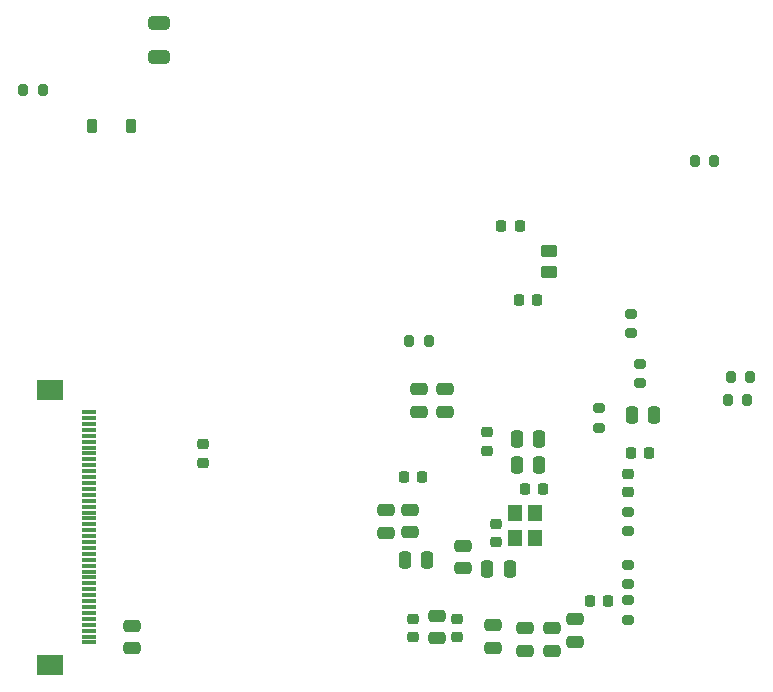
<source format=gbp>
G04 #@! TF.GenerationSoftware,KiCad,Pcbnew,8.0.8*
G04 #@! TF.CreationDate,2025-04-08T21:38:23+05:30*
G04 #@! TF.ProjectId,kaage_pi,6b616167-655f-4706-992e-6b696361645f,rev?*
G04 #@! TF.SameCoordinates,Original*
G04 #@! TF.FileFunction,Paste,Bot*
G04 #@! TF.FilePolarity,Positive*
%FSLAX46Y46*%
G04 Gerber Fmt 4.6, Leading zero omitted, Abs format (unit mm)*
G04 Created by KiCad (PCBNEW 8.0.8) date 2025-04-08 21:38:23*
%MOMM*%
%LPD*%
G01*
G04 APERTURE LIST*
G04 Aperture macros list*
%AMRoundRect*
0 Rectangle with rounded corners*
0 $1 Rounding radius*
0 $2 $3 $4 $5 $6 $7 $8 $9 X,Y pos of 4 corners*
0 Add a 4 corners polygon primitive as box body*
4,1,4,$2,$3,$4,$5,$6,$7,$8,$9,$2,$3,0*
0 Add four circle primitives for the rounded corners*
1,1,$1+$1,$2,$3*
1,1,$1+$1,$4,$5*
1,1,$1+$1,$6,$7*
1,1,$1+$1,$8,$9*
0 Add four rect primitives between the rounded corners*
20,1,$1+$1,$2,$3,$4,$5,0*
20,1,$1+$1,$4,$5,$6,$7,0*
20,1,$1+$1,$6,$7,$8,$9,0*
20,1,$1+$1,$8,$9,$2,$3,0*%
G04 Aperture macros list end*
%ADD10RoundRect,0.225000X0.225000X0.250000X-0.225000X0.250000X-0.225000X-0.250000X0.225000X-0.250000X0*%
%ADD11RoundRect,0.200000X-0.275000X0.200000X-0.275000X-0.200000X0.275000X-0.200000X0.275000X0.200000X0*%
%ADD12RoundRect,0.225000X0.225000X0.375000X-0.225000X0.375000X-0.225000X-0.375000X0.225000X-0.375000X0*%
%ADD13RoundRect,0.200000X0.275000X-0.200000X0.275000X0.200000X-0.275000X0.200000X-0.275000X-0.200000X0*%
%ADD14RoundRect,0.250000X0.250000X0.475000X-0.250000X0.475000X-0.250000X-0.475000X0.250000X-0.475000X0*%
%ADD15RoundRect,0.250000X0.475000X-0.250000X0.475000X0.250000X-0.475000X0.250000X-0.475000X-0.250000X0*%
%ADD16RoundRect,0.200000X0.200000X0.275000X-0.200000X0.275000X-0.200000X-0.275000X0.200000X-0.275000X0*%
%ADD17RoundRect,0.250000X-0.475000X0.250000X-0.475000X-0.250000X0.475000X-0.250000X0.475000X0.250000X0*%
%ADD18R,1.300000X0.300000*%
%ADD19R,2.200000X1.800000*%
%ADD20RoundRect,0.250000X-0.250000X-0.475000X0.250000X-0.475000X0.250000X0.475000X-0.250000X0.475000X0*%
%ADD21R,1.200000X1.400000*%
%ADD22RoundRect,0.225000X0.250000X-0.225000X0.250000X0.225000X-0.250000X0.225000X-0.250000X-0.225000X0*%
%ADD23RoundRect,0.225000X-0.225000X-0.250000X0.225000X-0.250000X0.225000X0.250000X-0.225000X0.250000X0*%
%ADD24RoundRect,0.225000X-0.250000X0.225000X-0.250000X-0.225000X0.250000X-0.225000X0.250000X0.225000X0*%
%ADD25RoundRect,0.200000X-0.200000X-0.275000X0.200000X-0.275000X0.200000X0.275000X-0.200000X0.275000X0*%
%ADD26RoundRect,0.250000X0.450000X-0.262500X0.450000X0.262500X-0.450000X0.262500X-0.450000X-0.262500X0*%
%ADD27RoundRect,0.218750X0.218750X0.256250X-0.218750X0.256250X-0.218750X-0.256250X0.218750X-0.256250X0*%
%ADD28RoundRect,0.250000X0.650000X-0.325000X0.650000X0.325000X-0.650000X0.325000X-0.650000X-0.325000X0*%
G04 APERTURE END LIST*
D10*
X160275000Y-97000000D03*
X158725000Y-97000000D03*
D11*
X165000000Y-90175000D03*
X165000000Y-91825000D03*
D12*
X125400000Y-66250000D03*
X122100000Y-66250000D03*
D13*
X167500000Y-100575000D03*
X167500000Y-98925000D03*
D14*
X159950000Y-92750000D03*
X158050000Y-92750000D03*
D15*
X149750000Y-90450000D03*
X149750000Y-88550000D03*
D16*
X177575000Y-89500000D03*
X175925000Y-89500000D03*
D17*
X125500000Y-108600000D03*
X125500000Y-110500000D03*
X156000000Y-108550000D03*
X156000000Y-110450000D03*
D18*
X121800000Y-110000000D03*
X121800000Y-109500000D03*
X121800000Y-109000000D03*
X121800000Y-108500000D03*
X121800000Y-108000000D03*
X121800000Y-107500000D03*
X121800000Y-107000000D03*
X121800000Y-106500000D03*
X121800000Y-106000000D03*
X121800000Y-105500000D03*
X121800000Y-105000000D03*
X121800000Y-104500000D03*
X121800000Y-104000000D03*
X121800000Y-103500000D03*
X121800000Y-103000000D03*
X121800000Y-102500000D03*
X121800000Y-102000000D03*
X121800000Y-101500000D03*
X121800000Y-101000000D03*
X121800000Y-100500000D03*
X121800000Y-100000000D03*
X121800000Y-99500000D03*
X121800000Y-99000000D03*
X121800000Y-98500000D03*
X121800000Y-98000000D03*
X121800000Y-97500000D03*
X121800000Y-97000000D03*
X121800000Y-96500000D03*
X121800000Y-96000000D03*
X121800000Y-95500000D03*
X121800000Y-95000000D03*
X121800000Y-94500000D03*
X121800000Y-94000000D03*
X121800000Y-93500000D03*
X121800000Y-93000000D03*
X121800000Y-92500000D03*
X121800000Y-92000000D03*
X121800000Y-91500000D03*
X121800000Y-91000000D03*
X121800000Y-90500000D03*
D19*
X118550000Y-111900000D03*
X118550000Y-88600000D03*
D14*
X157450000Y-103750000D03*
X155550000Y-103750000D03*
D10*
X158300000Y-74750000D03*
X156750000Y-74750000D03*
D20*
X148550000Y-103000000D03*
X150450000Y-103000000D03*
D21*
X159600000Y-99000000D03*
X159600000Y-101200000D03*
X157900000Y-101200000D03*
X157900000Y-99000000D03*
D13*
X167500000Y-108075000D03*
X167500000Y-106425000D03*
D17*
X151250000Y-107750000D03*
X151250000Y-109650000D03*
D22*
X156250000Y-101500000D03*
X156250000Y-99950000D03*
D23*
X158225000Y-81000000D03*
X159775000Y-81000000D03*
D22*
X131500000Y-94775000D03*
X131500000Y-93225000D03*
D24*
X153000000Y-107975000D03*
X153000000Y-109525000D03*
D17*
X158750000Y-108800000D03*
X158750000Y-110700000D03*
D25*
X173100000Y-69250000D03*
X174750000Y-69250000D03*
D11*
X167500000Y-103425000D03*
X167500000Y-105075000D03*
D10*
X169275000Y-94000000D03*
X167725000Y-94000000D03*
D24*
X155500000Y-92225000D03*
X155500000Y-93775000D03*
D26*
X160750000Y-78662500D03*
X160750000Y-76837500D03*
D16*
X150575000Y-84500000D03*
X148925000Y-84500000D03*
D17*
X149000000Y-98750000D03*
X149000000Y-100650000D03*
D15*
X153500000Y-103700000D03*
X153500000Y-101800000D03*
D27*
X165787500Y-106500000D03*
X164212500Y-106500000D03*
D16*
X177825000Y-87500000D03*
X176175000Y-87500000D03*
D11*
X168500000Y-86425000D03*
X168500000Y-88075000D03*
D15*
X152000000Y-90450000D03*
X152000000Y-88550000D03*
D24*
X149250000Y-107975000D03*
X149250000Y-109525000D03*
D28*
X127750000Y-60475000D03*
X127750000Y-57525000D03*
D14*
X159950000Y-95000000D03*
X158050000Y-95000000D03*
D23*
X148475000Y-96000000D03*
X150025000Y-96000000D03*
D17*
X147000000Y-98800000D03*
X147000000Y-100700000D03*
D16*
X117900000Y-63250000D03*
X116250000Y-63250000D03*
D22*
X167500000Y-97275000D03*
X167500000Y-95725000D03*
D17*
X161000000Y-108800000D03*
X161000000Y-110700000D03*
D20*
X167800000Y-90750000D03*
X169700000Y-90750000D03*
D17*
X163000000Y-108050000D03*
X163000000Y-109950000D03*
D11*
X167750000Y-82175000D03*
X167750000Y-83825000D03*
M02*

</source>
